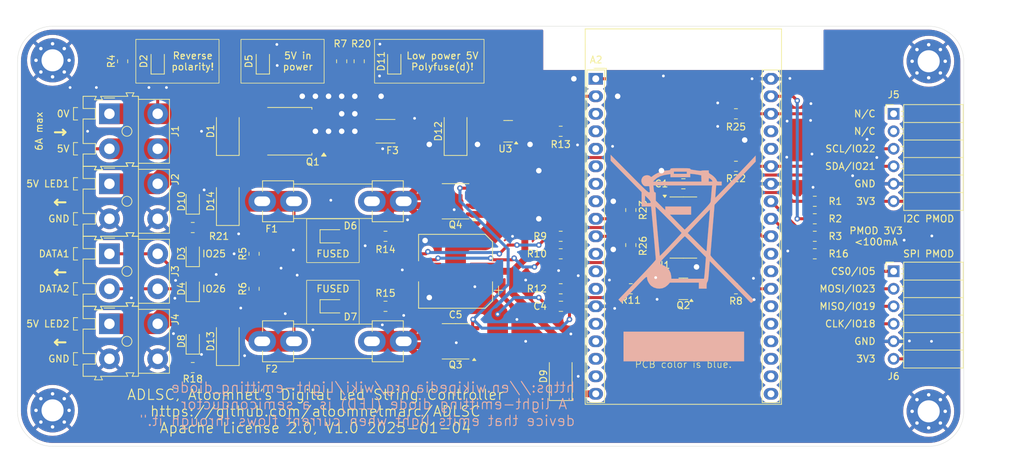
<source format=kicad_pcb>
(kicad_pcb (version 20240108) (generator "pcbnew") (generator_version "8.0")
  (title_block (title "ADLSC, Atoomnet's Digital Led String Controller") (date "2025-01-04") (rev "V1.0") (company "https://github.com/atoomnetmarc/ADLSC") (comment 1 "Apache License 2.0"))
  (layers (0 "F.Cu" signal) (31 "B.Cu" signal) (34 "B.Paste" user) (35 "F.Paste" user) (36 "B.SilkS" user "B.Silkscreen") (37 "F.SilkS" user "F.Silkscreen") (38 "B.Mask" user) (39 "F.Mask" user) (44 "Edge.Cuts" user))
  (net 0 "")
  (net 1 "+5V")
  (net 2 "GND")
  (net 4 "/0V_IN")
  (net 6 "+3.3V")
  (net 7 "+5V_IN")
  (net 8 "Net-(D8-A)")
  (net 9 "SDA")
  (net 10 "SCL")
  (net 11 "Net-(Q3-G)")
  (net 12 "Net-(D2-K)")
  (net 13 "Net-(D3-A)")
  (net 14 "Net-(D4-A)")
  (net 15 "Net-(D6-A)")
  (net 16 "Net-(D7-A)")
  (net 17 "Net-(F1-Pad1)")
  (net 18 "Net-(D10-A)")
  (net 19 "Net-(D11-A)")
  (net 20 "Net-(D5-A)")
  (net 21 "Net-(Q2-C)")
  (net 22 "Net-(F2-Pad1)")
  (net 23 "Net-(Q2-B)")
  (net 24 "Net-(R9-Pad1)")
  (net 25 "Net-(R10-Pad1)")
  (net 28 "~{RESET}")
  (net 50 "Net-(U3-~{RESET})")
  (net 51 "Net-(A2-5V_I)")
  (net 54 "CLK")
  (net 55 "CS0")
  (net 56 "MOSI")
  (net 57 "MISO")
  (net 58 "Net-(J6-~{CS})")
  (net 59 "Net-(J6-MISO)")
  (net 60 "Net-(J6-MOSI)")
  (net 61 "Net-(J6-SCK)")
  (net 62 "DATA1_3V")
  (net 63 "DATA2_3V")
  (net 64 "POWER_ON")
  (net 65 "DATA1")
  (net 66 "DATA2")
  (net 67 "+5V_LED1")
  (net 68 "+5V_LED2")
  (footprint "Package_SO:SOIC-14_3.9x8.7mm_P1.27mm" (layer "F.Cu") (at 96.52 29.21)
    (property "Reference" "U1")
    (property "Value" "74AHCT125D")
  )
  (footprint "Resistor_SMD:R_0805_2012Metric_Pad1.20x1.40mm_HandSolder" (layer "F.Cu") (at 25.4 29.21 180)
    (property "Reference" "R21")
    (property "Value" "10K")
  )
  (footprint "TerminalBlock-extra:TerminalBlock_Weidmueller-PM-LSF-SMT-5.08-02-90-3.5SN-BK" (layer "F.Cu") (at 13.32 12.7 -90)
    (property "Reference" "J1")
    (property "Value" "Weidmueller 1824810000 or 1760520000")
  )
  (footprint "LED_SMD:LED_0805_2012Metric_Pad1.15x1.40mm_HandSolder" (layer "F.Cu") (at 20.32 5.08 90)
    (property "Reference" "D2")
    (property "Value" "Red")
  )
  (footprint "Package_SO:SOIC-8_3.9x4.9mm_P1.27mm" (layer "F.Cu") (at 63.5 45.72 180)
    (property "Reference" "Q3")
    (property "Value" "TSM160P02CS")
  )
  (footprint "Resistor_SMD:R_0805_2012Metric_Pad1.20x1.40mm_HandSolder" (layer "F.Cu") (at 88.9 31.75 -90)
    (property "Reference" "R26")
    (property "Value" "10K")
  )
  (footprint "Resistor_SMD:R_0805_2012Metric_Pad1.20x1.40mm_HandSolder" (layer "F.Cu") (at 34.29 38.1 90)
    (property "Reference" "R6")
    (property "Value" "10K")
  )
  (footprint "Resistor_SMD:R_0805_2012Metric_Pad1.20x1.40mm_HandSolder" (layer "F.Cu") (at 104.14 12.7 180)
    (property "Reference" "R25")
    (property "Value" "4K7")
  )
  (footprint "Diode_SMD:D_SMA" (layer "F.Cu") (at 30.48 45.72 90)
    (property "Reference" "D13")
    (property "Value" "SMBJ5.0CA")
  )
  (footprint "Resistor_SMD:R_0805_2012Metric_Pad1.20x1.40mm_HandSolder" (layer "F.Cu") (at 53.34 40.64 180)
    (property "Reference" "R15")
    (property "Value" "220R")
  )
  (footprint "Resistor_SMD:R_0805_2012Metric_Pad1.20x1.40mm_HandSolder" (layer "F.Cu") (at 88.9 26.67 90)
    (property "Reference" "R23")
    (property "Value" "10K")
  )
  (footprint "Resistor_SMD:R_0805_2012Metric_Pad1.20x1.40mm_HandSolder" (layer "F.Cu") (at 53.34 30.48 180)
    (property "Reference" "R14")
    (property "Value" "220R")
  )
  (footprint "Diode_SMD:D_SMA" (layer "F.Cu") (at 30.48 25.4 90)
    (property "Reference" "D14")
    (property "Value" "SMBJ5.0CA")
  )
  (footprint "Fuse-extra:Fuseholder_Clip-5x20mm_Inline_P20.50x4.60mm_Horizontal" (layer "F.Cu") (at 55.97 45.72 180)
    (property "Reference" "F2")
    (property "Value" "5x20mm 3A slow blow")
  )
  (footprint "TerminalBlock-extra:TerminalBlock_Weidmueller-PM-LSF-SMT-5.08-02-90-3.5SN-BK" (layer "F.Cu") (at 13.32 43.18 -90)
    (property "Reference" "J4")
    (property "Value" "Weidmueller 1824810000 or 1760520000")
  )
  (footprint "Resistor_SMD:R_0805_2012Metric_Pad1.20x1.40mm_HandSolder" (layer "F.Cu") (at 115.57 27.94 180)
    (property "Reference" "R2")
    (property "Value" "100R")
  )
  (footprint "Resistor_SMD:R_0805_2012Metric_Pad1.20x1.40mm_HandSolder" (layer "F.Cu") (at 25.4 49.53 180)
    (property "Reference" "R18")
    (property "Value" "10K")
  )
  (footprint "TerminalBlock-extra:TerminalBlock_Weidmueller-PM-LSF-SMT-5.08-02-90-3.5SN-BK" (layer "F.Cu") (at 13.32 22.86 -90)
    (property "Reference" "J2")
    (property "Value" "Weidmueller 1824810000 or 1760520000")
  )
  (footprint "Resistor_SMD:R_0805_2012Metric_Pad1.20x1.40mm_HandSolder" (layer "F.Cu") (at 104.14 38.1)
    (property "Reference" "R8")
    (property "Value" "1k")
  )
  (footprint "Resistor_SMD:R_0805_2012Metric_Pad1.20x1.40mm_HandSolder" (layer "F.Cu") (at 49.53 5.08 90)
    (property "Reference" "R20")
    (property "Value" "220R")
  )
  (footprint "Package_SO:SOIC-8_3.9x4.9mm_P1.27mm" (layer "F.Cu") (at 63.5 25.4 180)
    (property "Reference" "Q4")
    (property "Value" "TSM160P02CS")
  )
  (footprint "LED_SMD:LED_0805_2012Metric_Pad1.15x1.40mm_HandSolder" (layer "F.Cu") (at 45.72 40.64)
    (property "Reference" "D7")
    (property "Value" "Red")
  )
  (footprint "LED_SMD:LED_0805_2012Metric_Pad1.15x1.40mm_HandSolder" (layer "F.Cu") (at 25.4 38.1 90)
    (property "Reference" "D4")
    (property "Value" "Green")
  )
  (footprint "Package_TO_SOT_SMD:SOT-23" (layer "F.Cu") (at 96.52 38.1 180)
    (property "Reference" "Q2")
    (property "Value" "MMBT2222")
  )
  (footprint "Fuse:Fuse_1812_4532Metric_Pad1.30x3.40mm_HandSolder" (layer "F.Cu") (at 53.34 15.24)
    (property "Reference" "F3")
    (property "Value" "Polyfuse 0.5A >5V")
  )
  (footprint "Connector_PinSocket_2.54mm-extra:PinSocket_1x06_P2.54mm_Horizontal" (layer "F.Cu") (at 127 12.7)
    (property "Reference" "J5")
    (property "Value" "Pmod host I2C")
  )
  (footprint "Diode_SMD:D_SMA" (layer "F.Cu") (at 78.74 50.8 90)
    (property "Reference" "D9")
    (property "Value" "SS34")
  )
  (footprint "Diode_SMD:D_SMA" (layer "F.Cu") (at 30.48 15.24 90)
    (property "Reference" "D1")
    (property "Value" "SMBJ5.0CA")
  )
  (footprint "Package_TO_SOT_SMD:TO-252-2" (layer "F.Cu") (at 39.36 15.24 180)
    (property "Reference" "Q1")
    (property "Value" "AOD442")
  )
  (footprint "Fuse-extra:Fuseholder_Clip-5x20mm_Inline_P20.50x4.60mm_Horizontal" (layer "F.Cu") (at 55.97 25.4 180)
    (property "Reference" "F1")
    (property "Value" "5x20mm 3A slow blow")
  )
  (footprint "Resistor_SMD:R_0805_2012Metric_Pad1.20x1.40mm_HandSolder" (layer "F.Cu") (at 15.24 5.08 90)
    (property "Reference" "R4")
    (property "Value" "220")
  )
  (footprint "Capacitor_SMD:C_0805_2012Metric_Pad1.18x1.45mm_HandSolder" (layer "F.Cu") (at 78.77 40.64)
    (property "Reference" "C4")
    (property "Value" "100n")
  )
  (footprint "Module-extra:ESP32-DevKitC" (layer "F.Cu") (at 83.82 7.62)
    (property "Reference" "A2")
    (property "Value" "ESP32-DevKitC + ESP32-WROVER-E")
  )
  (footprint "Resistor_SMD:R_0805_2012Metric_Pad1.20x1.40mm_HandSolder" (layer "F.Cu") (at 115.57 33.02 180)
    (property "Reference" "R16")
    (property "Value" "100R")
  )
  (footprint "LED_SMD:LED_0805_2012Metric_Pad1.15x1.40mm_HandSolder" (layer "F.Cu") (at 25.4 25.4 90)
    (property "Reference" "D10")
    (property "Value" "Green")
  )
  (footprint "Package_TO_SOT_SMD:SOT-23" (layer "F.Cu") (at 71.12 15.24 180)
    (property "Reference" "U3")
    (property "Value" "MAX809M")
  )
  (footprint "Resistor_SMD:R_0805_2012Metric_Pad1.20x1.40mm_HandSolder" (layer "F.Cu") (at 115.57 25.4 180)
    (property "Reference" "R1")
    (property "Value" "100R")
  )
  (footprint "MountingHole:MountingHole_3.2mm_M3_Pad_Via" (layer "F.Cu") (at 132.08 55.88)
    (property "Reference" "H4" (hide yes))
    (property "Value" "MountingHole_Pad")
  )
  (footprint "Connector_PinSocket_2.54mm-extra:PinSocket_1x06_P2.54mm_Horizontal" (layer "F.Cu") (at 127 35.56)
    (property "Reference" "J6")
    (property "Value" "Pmod host SPI")
  )
  (footprint "MountingHole:MountingHole_3.2mm_M3_Pad_Via" (layer "F.Cu") (at 132.08 5.08)
    (property "Reference" "H2" (hide yes))
    (property "Value" "MountingHole_Pad")
  )
  (footprint "LED_SMD:LED_0805_2012Metric_Pad1.15x1.40mm_HandSolder" (layer "F.Cu") (at 54.61 5.08 90)
    (property "Reference" "D11")
    (property "Value" "Red")
  )
  (footprint "Resistor_SMD:R_0805_2012Metric_Pad1.20x1.40mm_HandSolder" (layer "F.Cu") (at 78.74 30.48 180)
    (property "Reference" "R9")
    (property "Value" "100R")
  )
  (footprint "Capacitor_SMD:CP_Elec_10x10.5" (layer "F.Cu") (at 63.5 35.56 180)
    (property "Reference" "C5")
    (property "Value" "16V 470uF")
  )
  (footprint "Diode_SMD:D_SMA" (layer "F.Cu") (at 63.5 15.24 90)
    (property "Reference" "D12")
    (property "Value" "SMBJ5.0CA")
  )
  (footprint "LED_SMD:LED_0805_2012Metric_Pad1.15x1.40mm_HandSolder" (layer "F.Cu") (at 25.4 45.72 90)
    (property "Reference" "D8")
    (property "Value" "Green")
  )
  (footprint "Resistor_SMD:R_0805_2012Metric_Pad1.20x1.40mm_HandSolder" (layer "F.Cu") (at 78.74 38.1)
    (property "Reference" "R12")
    (property "Value" "10K")
  )
  (footprint "Resistor_SMD:R_0805_2012Metric_Pad1.20x1.40mm_HandSolder" (layer "F.Cu") (at 78.74 33.02 180)
    (property "Reference" "R10")
    (property "Value" "100R")
  )
  (footprint "Resistor_SMD:R_0805_2012Metric_Pad1.20x1.40mm_HandSolder" (layer "F.Cu") (at 78.74 15.24)
    (property "Reference" "R13")
    (property "Value" "100R")
  )
  (footprint "MountingHole:MountingHole_3.2mm_M3_Pad_Via" (layer "F.Cu") (at 5.08 4.94)
    (property "Reference" "H1" (hide yes))
    (property "Value" "MountingHole_Pad")
  )
  (footprint "Resistor_SMD:R_0805_2012Metric_Pad1.20x1.40mm_HandSolder" (layer "F.Cu") (at 88.9 38.1 180)
    (property "Reference" "R11")
    (property "Value" "100R")
  )
  (footprint "TerminalBlock-extra:TerminalBlock_Weidmueller-PM-LSF-SMT-5.08-02-90-3.5SN-BK" (layer "F.Cu") (at 13.32 33.02 -90)
    (property "Reference" "J3")
    (property "Value" "Weidmueller 1824810000 or 1760520000")
  )
  (footprint "Resistor_SMD:R_0805_2012Metric_Pad1.20x1.40mm_HandSolder" (layer "F.Cu") (at 46.99 5.08 90)
    (property "Reference" "R7")
    (property "Value" "10K")
  )
  (footprint "Capacitor_SMD:C_0805_2012Metric_Pad1.18x1.45mm_HandSolder" (layer "F.Cu") (at 96.52 22.86 180)
    (property "Reference" "C1")
    (property "Value" "100n")
  )
  (footprint "Resistor_SMD:R_0805_2012Metric_Pad1.20x1.40mm_HandSolder" (layer "F.Cu") (at 115.57 30.48 180)
    (property "Reference" "R3")
    (property "Value" "100R")
  )
  (footprint "Resistor_SMD:R_0805_2012Metric_Pad1.20x1.40mm_HandSolder" (layer "F.Cu") (at 34.29 33.02 90)
    (property "Reference" "R5")
    (property "Value" "10K")
  )
  (footprint "Resistor_SMD:R_0805_2012Metric_Pad1.20x1.40mm_HandSolder" (layer "F.Cu") (at 104.14 20.32 180)
    (property "Reference" "R22")
    (property "Value" "4K7")
  )
  (footprint "LED_SMD:LED_0805_2012Metric_Pad1.15x1.40mm_HandSolder" (layer "F.Cu") (at 45.72 30.48)
    (property "Reference" "D6")
    (property "Value" "Red")
  )
  (footprint "LED_SMD:LED_0805_2012Metric_Pad1.15x1.40mm_HandSolder" (layer "F.Cu") (at 35.56 5.08 90)
    (property "Reference" "D5")
    (property "Value" "Green")
  )
  (footprint "MountingHole:MountingHole_3.2mm_M3_Pad_Via" (layer "F.Cu") (at 5.08 55.74)
    (property "Reference" "H3" (hide yes))
    (property "Value" "MountingHole_Pad")
  )
  (footprint "LED_SMD:LED_0805_2012Metric_Pad1.15x1.40mm_HandSolder" (layer "F.Cu") (at 25.4 33.02 90)
    (property "Reference" "D3")
    (property "Value" "Green")
  )
  (footprint "Symbol:WEEE-Logo_21x30mm_SilkScreen" (layer "B.Cu") (at 96.52 33.645 180)
    (property "Reference" "REF**" (hide yes))
    (property "Value" "WEEE-Logo_21x30mm_SilkScreen" (hide yes))
  )
  (gr_rect (start 41.91 27.94) (end 49.53 34.29) (stroke (width 0.1)) (fill none) (layer "F.SilkS"))
  (gr_rect (start 32.385 1.905) (end 44.45 8.255) (stroke (width 0.1)) (fill none) (layer "F.SilkS"))
  (gr_rect (start 51.7525 1.905) (end 67.6275 8.255) (stroke (width 0.1)) (fill none) (layer "F.SilkS"))
  (gr_rect (start 17.145 1.905) (end 29.21 8.255) (stroke (width 0.1)) (fill none) (layer "F.SilkS"))
  (gr_rect (start 41.91 36.87) (end 49.53 43.22) (stroke (width 0.1)) (fill none) (layer "F.SilkS"))
  (gr_arc (start 5.08 60.96) (mid 1.487898 59.472102) (end 0 55.88) (stroke (width 0.05)) (layer "Edge.Cuts"))
  (gr_line (start 132.08 60.96) (end 5.08 60.96) (stroke (width 0.05)) (layer "Edge.Cuts"))
  (gr_arc (start 0 5.08) (mid 1.487898 1.487898) (end 5.08 0) (stroke (width 0.05)) (layer "Edge.Cuts"))
  (gr_line (start 0 55.88) (end 0 5.08) (stroke (width 0.05)) (layer "Edge.Cuts"))
  (gr_arc (start 137.16 55.88) (mid 135.672102 59.472102) (end 132.08 60.96) (stroke (width 0.05)) (layer "Edge.Cuts"))
  (gr_arc (start 132.08 0) (mid 135.672102 1.487898) (end 137.16 5.08) (stroke (width 0.05)) (layer "Edge.Cuts"))
  (gr_line (start 5.08 0) (end 132.08 0) (stroke (width 0.05)) (layer "Edge.Cuts"))
  (gr_line (start 137.16 5.08) (end 137.16 55.88) (stroke (width 0.05)) (layer "Edge.Cuts"))
  (gr_text "DATA1" (at 7.62 33.02 0) (layer "F.SilkS") (effects (font (size 1 1)) (justify right)))
  (gr_text "DATA2" (at 7.62 38.1 0) (layer "F.SilkS") (effects (font (size 1 1)) (justify right)))
  (gr_text "3V3" (at 124.46 25.4 0) (layer "F.SilkS") (effects (font (size 1 1)) (justify right)))
  (gr_text "GND" (at 124.46 45.72 0) (layer "F.SilkS") (effects (font (size 1 1)) (justify right)))
  (gr_text "Low power 5V\nPolyfuse(d)!" (at 61.595 5.08 0) (layer "F.SilkS") (effects (font (size 1 1))))
  (gr_text "MISO/IO19" (at 124.46 40.64 0) (layer "F.SilkS") (effects (font (size 1 1)) (justify right)))
  (gr_text "→" (at 7.62 15.24 0) (layer "F.SilkS") (effects (font (size 2 2) (thickness 0.3)) (justify right)))
  (gr_text "N/C" (at 124.46 12.7 0) (layer "F.SilkS") (effects (font (size 1 1)) (justify right)))
  (gr_text "FUSED" (at 45.72 38.1 0) (layer "F.SilkS") (effects (font (size 1 1))))
  (gr_text "Works best when\nPCB color is blue." (at 96.52 48.26 0) (layer "F.SilkS") (effects (font (size 1 1) (thickness 0.1))))
  (gr_text "GND" (at 124.46 22.86 0) (layer "F.SilkS") (effects (font (size 1 1)) (justify right)))
  (gr_text "I2C PMOD" (at 132.08 27.94 0) (layer "F.SilkS") (effects (font (size 1 1))))
  (gr_text "GND" (at 7.62 48.26 0) (layer "F.SilkS") (effects (font (size 1 1)) (justify right)))
  (gr_text "FUSED" (at 45.72 33.02 0) (layer "F.SilkS") (effects (font (size 1 1))))
  (gr_text "${TITLE}\n${COMPANY}\n${COMMENT1}, ${REVISION} ${ISSUE_DATE}" (at 43.18 55.88 0) (layer "F.SilkS") (effects (font (size 1.5 1.5))))
  (gr_text "CS0/IO5" (at 124.46 35.56 0) (layer "F.SilkS") (effects (font (size 1 1)) (justify right)))
  (gr_text "Reverse\npolarity!" (at 25.4 5.08 0) (layer "F.SilkS") (effects (font (size 1 1))))
  (gr_text "IO25" (at 26.67 33.02 0) (layer "F.SilkS") (effects (font (size 1 1)) (justify left)))
  (gr_text "GND" (at 7.62 27.94 0) (layer "F.SilkS") (effects (font (size 1 1)) (justify right)))
  (gr_text "CLK/IO18" (at 124.46 43.18 0) (layer "F.SilkS") (effects (font (size 1 1)) (justify right)))
  (gr_text "3V3" (at 124.46 48.26 0) (layer "F.SilkS") (effects (font (size 1 1)) (justify right)))
  (gr_text "←" (at 7.62 45.72 0) (layer "F.SilkS") (effects (font (size 2 2) (thickness 0.3)) (justify right)))
  (gr_text "IO26" (at 26.67 38.1 0) (layer "F.SilkS") (effects (font (size 1 1)) (justify left)))
  (gr_text "5V LED2" (at 7.62 43.18 0) (layer "F.SilkS") (effects (font (size 1 1)) (justify right)))
  (gr_text "5V" (at 7.62 17.78 0) (layer "F.SilkS") (effects (font (size 1 1)) (justify right)))
  (gr_text "SCL/IO22" (at 124.46 17.78 0) (layer "F.SilkS") (effects (font (size 1 1)) (justify right)))
  (gr_text "MOSI/IO23" (at 124.46 38.1 0) (layer "F.SilkS") (effects (font (size 1 1)) (justify right)))
  (gr_text "SDA/IO21" (at 124.46 20.32 0) (layer "F.SilkS") (effects (font (size 1 1)) (justify right)))
  (gr_text "5V in\npower" (at 40.64 5.08 0) (layer "F.SilkS") (effects (font (size 1 1))))
  (gr_text "0V" (at 7.62 12.7 0) (layer "F.SilkS") (effects (font (size 1 1)) (justify right)))
  (gr_text "←" (at 7.62 35.56 0) (layer "F.SilkS") (effects (font (size 2 2) (thickness 0.3)) (justify right)))
  (gr_text "PMOD 3V3\n<100mA" (at 124.46 30.48 0) (layer "F.SilkS") (effects (font (size 1 1))))
  (gr_text "5V LED1" (at 7.62 22.86 0) (layer "F.SilkS") (effects (font (size 1 1)) (justify right)))
  (gr_text "SPI PMOD" (at 132.08 33.02 0) (layer "F.SilkS") (effects (font (size 1 1))))
  (gr_text "N/C" (at 124.46 15.24 0) (layer "F.SilkS") (effects (font (size 1 1)) (justify right)))
  (gr_text "6A max" (at 2.54 15.24 90) (layer "F.SilkS") (effects (font (size 1 1)) (justify top)))
  (gr_text "←" (at 7.62 25.4 0) (layer "F.SilkS") (effects (font (size 2 2) (thickness 0.3)) (justify right)))
  (gr_text_box "https://en.wikipedia.org/wiki/Light-emitting_diode\n{dblquote}A light-emitting diode (LED) is a semiconductor device that emits light when current flows through it.{dblquote}" (start 15.367 50.419) (end 82.042 61.849) (layer "B.SilkS") (effects (font (size 1.5 1.5)) (justify left top mirror)) (border no) (stroke (width 0.1)))
  (segment (start 63.5 13.24) (end 60.801 13.24) (width 1) (layer "F.Cu") (net 1))
  (segment (start 73.54 33.775) (end 73.54 20.2) (width 1) (layer "F.Cu") (net 1))
  (segment (start 98.995 25.4) (end 98.995 23.176) (width 0.44) (layer "F.Cu") (net 1))
  (segment (start 98.679 22.86) (end 97.5575 22.86) (width 0.44) (layer "F.Cu") (net 1))
  (segment (start 98.995 23.176) (end 98.679 22.86) (width 0.44) (layer "F.Cu") (net 1))
  (segment (start 54.61 6.105) (end 54.61 9.652) (width 0.44) (layer "F.Cu") (net 1))
  (segment (start 54.61 9.652) (end 55.565 10.607) (width 0.44) (layer "F.Cu") (net 1))
  (segment (start 70.1825 16.8425) (end 70.1825 15.24) (width 1) (layer "F.Cu") (net 1))
  (segment (start 60.801 13.24) (end 58.801 15.24) (width 1) (layer "F.Cu") (net 1))
  (segment (start 73.406 20.066) (end 70.1825 16.8425) (width 1) (layer "F.Cu") (net 1))
  (segment (start 97.5575 22.86) (end 97.5575 20.8495) (width 0.44) (layer "F.Cu") (net 1))
  (segment (start 73.54 20.2) (end 73.406 20.066) (width 1) (layer "F.Cu") (net 1))
  (segment (start 71.755 35.56) (end 71.755 38.735) (width 1) (layer "F.Cu") (net 1))
  (segment (start 63.5 13.24) (end 65.564 13.24) (width 1) (layer "F.Cu") (net 1))
  (segment (start 71.755 35.56) (end 73.54 33.775) (width 1) (layer "F.Cu") (net 1))
  (segment (start 78.74 45.72) (end 78.74 48.8) (width 1) (layer "F.Cu") (net 1))
  (segment (start 58.801 15.24) (end 55.565 15.24) (width 1) (layer "F.Cu") (net 1))
  (segment (start 74.422 19.05) (end 73.406 20.066) (width 0.44) (layer "F.Cu") (net 1))
  (segment (start 97.5575 20.8495) (end 95.758 19.05) (width 0.44) (layer "F.Cu") (net 1))
  (segment (start 71.755 38.735) (end 78.74 45.72) (width 1) (layer "F.Cu") (net 1))
  (segment (start 67.7 35.56) (end 71.755 35.56) (width 1) (layer "F.Cu") (net 1))
  (segment (start 67.564 15.24) (end 70.1825 15.24) (width 1) (layer "F.Cu") (net 1))
  (segment (start 65.564 13.24) (end 67.564 15.24) (width 1) (layer "F.Cu") (net 1))
  (segment (start 55.565 10.607) (end 55.565 15.24) (width 0.44) (layer "F.Cu") (net 1))
  (segment (start 95.758 19.05) (end 74.422 19.05) (width 0.44) (layer "F.Cu") (net 1))
  (via (at 111.9632 7.5692) (size 0.8) (drill 0.4) (layers "F.Cu" "B.Cu") (net 2))
  (via (at 81.28 50.8) (size 0.8) (drill 0.4) (layers "F.Cu" "B.Cu") (net 2))
  (via (at 81.28 36.195) (size 0.8) (drill 0.4) (layers "F.Cu" "B.Cu") (net 2))
  (via (at 111.506 18.9992) (size 0.8) (drill 0.4) (layers "F.Cu" "B.Cu") (net 2))
  (via (at 52.9336 17.78) (size 0.8) (drill 0.4) (layers "F.Cu" "B.Cu") (net 2))
  (via (at 128.524 31.0388) (size 0.8) (drill 0.4) (layers "F.Cu" "B.Cu") (net 2))
  (via (at 22.8092 39.4716) (size 0.8) (drill 0.4) (layers "F.Cu" "B.Cu") (net 2))
  (via (at 66.294 37.7952) (size 0.8) (drill 0.4) (layers "F.Cu" "B.Cu") (net 2))
  (via (at 22.606 44.6024) (size 0.8) (drill 0.4) (layers "F.Cu" "B.Cu") (net 2))
  (via (at 92.71 39.624) (size 0.8) (drill 0.4) (layers "F.Cu" "B.Cu") (net 2))
  (via (at 86.36 32.385) (size 1.6) (drill 0.8) (layers "F.Cu" "B.Cu") (net 2))
  (via (at 38.2016 35.1028) (size 0.8) (drill 0.4) (layers "F.Cu" "B.Cu") (net 2))
  (via (at 66.675 17.145) (size 1.6) (drill 0.8) (layers "F.Cu" "B.Cu") (net 2))
  (via (at 39.9796 32.4612) (size 0.8) (drill 0.4) (layers "F.Cu" "B.Cu") (net 2))
  (via (at 86.36 25.4) (size 1.6) (drill 0.8) (layers "F.Cu" "B.Cu") (net 2))
  (via (at 32.3596 40.894) (size 0.8) (drill 0.4) (layers "F.Cu" "B.Cu") (net 2))
  (via (at 32.9184 47.8028) (size 0.8) (drill 0.4) (layers "F.Cu" "B.Cu") (net 2))
  (via (at 81.1784 17.2212) (size 0.8) (drill 0.4) (layers "F.Cu" "B.Cu") (net 2))
  (via (at 56.5404 28.0924) (size 0.8) (drill 0.4) (layers "F.Cu" "B.Cu") (net 2))
  (via (at 111.5568 13.7668) (size 0.8) (drill 0.4) (layers "F.Cu" "B.Cu") (net 2))
  (via (at 59.0804 31.0896) (size 1.6) (drill 0.8) (layers "F.Cu" "B.Cu") (net 2))
  (via (at 93.6244 7.2136) (size 0.8) (drill 0.4) (layers "F.Cu" "B.Cu") (net 2))
  (via (at 75.565 20.955) (size 1.6) (drill 0.8) (layers "F.Cu" "B.Cu") (net 2))
  (via (at 71.755 30.48) (size 0.8) (drill 0.4) (layers "F.Cu" "B.Cu") (net 2))
  (via (at 46.99 10.16) (size 1.6) (drill 0.8) (layers "F.Cu" "B.Cu") (net 2))
  (via (at 106.4768 7.62) (size 0.8) (drill 0.4) (layers "F.Cu" "B.Cu") (net 2))
  (via (at 45.4152 25.2476) (size 0.8) (drill 0.4) (layers "F.Cu" "B.Cu") (net 2))
  (via (at 22.9108 36.8808) (size 0.8) (drill 0.4) (layers "F.Cu" "B.Cu") (net 2))
  (via (at 86.5632 40.9448) (size 0.8) (drill 0.4) (layers "F.Cu" "B.Cu") (net 2))
  (via (at 32.0548 30.1244) (size 0.8) (drill 0.4) (layers "F.Cu" "B.Cu") (net 2))
  (via (at 73.66 36.83) (size 0.8) (drill 0.4) (layers "F.Cu" "B.Cu") (net 2))
  (via (at 52.8828 43.3324) (size 0.8) (drill 0.4) (layers "F.Cu" "B.Cu") (net 2))
  (via (at 86.995 10.16) (size 1.6) (drill 0.8) (layers "F.Cu" "B.Cu") (net 2))
  (via (at 46.99 12.7) (size 1.6) (drill 0.8) (layers "F.Cu" "B.Cu") (net 2))
  (via (at 21.59 8.89) (size 0.8) (drill 0.4) (layers "F.Cu" "B.Cu") (net 2))
  (via (at 115.0112 11.2268) (size 0.8) (drill 0.4) (layers "F.Cu" "B.Cu") (net 2))
  (via (at 43.18 10.16) (size 1.6) (drill 0.8) (layers "F.Cu" "B.Cu") (net 2))
  (via (at 55.9816 41.9608) (size 0.8) (drill 0.4) (layers "F.Cu" "B.Cu") (net 2))
  (via (at 40.5384 36.1188) (size 0.8) (drill 0.4) (layers "F.Cu" "B.Cu") (net 2))
  (via (at 27.051 23.749) (size 0.8) (drill 0.4) (layers "F.Cu" "B.Cu") (net 2))
  (via (at 63.6016 45.9232) (size 0.8) (drill 0.4) (layers "F.Cu" "B.Cu") (net 2))
  (via (at 72.39 42.545) (size 0.8) (drill 0.4) (layers "F.Cu" "B.Cu") (net 2))
  (via (at 55.7784 35.3568) (size 0.8) (drill 0.4) (layers "F.Cu" "B.Cu") (net 2))
  (via (at 52.705 10.16) (size 1.6) (drill 0.8) (layers "F.Cu" "B.Cu") (net 2))
  (via (at 57.5564 13.3604) (size 0.8) (drill 0.4) (layers "F.Cu" "B.Cu") (net 2))
  (via (at 106.68 36.576) (size 0.8) (drill 0.4) (layers "F.Cu" "B.Cu") (net 2))
  (via (at 38.8112 41.7068) (size 0.8) (drill 0.4) (layers "F.Cu" "B.Cu") (net 2))
  (via (at 16.51 39.4208) (size 0.8) (drill 0.4) (layers "F.Cu" "B.Cu") (net 2))
  (via (at 115.1636 18.542) (size 0.8) (drill 0.4) (layers "F.Cu" "B.Cu") (net 2))
  (via (at 50.3936 31.8516) (size 0.8) (drill 0.4) (layers "F.Cu" "B.Cu") (net 2))
  (via (at 98.425 34.925) (size 1.6) (drill 0.8) (layers "F.Cu" "B.Cu") (net 2))
  (via (at 106.7816 39.6748) (size 0.8) (drill 0.4) (layers "F.Cu" "B.Cu") (net 2))
  (via (at 75.565 27.94) (size 1.6) (drill 0.8) (layers "F.Cu" "B.Cu") (net 2))
  (via (at 59.69 17.145) (size 1.6) (drill 0.8) (layers "F.Cu" "B.Cu") (net 2))
  (via (at 114.9604 13.6652) (size 0.8) (drill 0.4) (layers "F.Cu" "B.Cu") (net 2))
  (via (at 73.66 45.72) (size 0.8) (drill 0.4) (layers "F.Cu" "B.Cu") (net 2))
  (via (at 124.5616 19.05) (size 0.8) (drill 0.4) (layers "F.Cu" "B.Cu") (net 2))
  (via (at 85.8012 36.83) (size 0.8) (drill 0.4) (layers "F.Cu" "B.Cu") (net 2))
  (via (at 121.0564 21.6916) (size 0.8) (drill 0.4) (layers "F.Cu" "B.Cu") (net 2))
  (via (at 37.6428 5.6896) (size 0.8) (drill 0.4) (layers "F.Cu" "B.Cu") (net 2))
  (via (at 31.3944 33.02) (size 0.8) (drill 0.4) (layers "F.Cu" "B.Cu") (net 2))
  (via (at 45.085 15.24) (size 1.6) (drill 0.8) (layers "F.Cu" "B.Cu") (net 2))
  (via (at 52.4764 7.2136) (size 0.8) (drill 0.4) (layers "F.Cu" "B.Cu") (net 2))
  (via (at 80.645 7.62) (size 1.6) (drill 0.8) (layers "F.Cu" "B.Cu") (net 2))
  (via (at 129.286 45.6692) (size 0.8) (drill 0.4) (layers "F.Cu" "B.Cu") (net 2))
  (via (at 93.345 20.955) (size 1.6) (drill 0.8) (layers "F.Cu" "B.Cu") (net 2))
  (via (at 92.5068 36.4744) (size 0.8) (drill 0.4) (layers "F.Cu" "B.Cu") (net 2))
  (via (at 86.2584 17.4244) (size 0.8) (drill 0.4) (layers "F.Cu" "B.Cu") (net 2))
  (via (at 48.895 15.24) (size 1.6) (drill 0.8) (layers "F.Cu" "B.Cu") (net 2))
  (via (at 101.4984 11.1252) (size 0.8) (drill 0.4) (layers "F.Cu" "B.Cu") (net 2))
  (via (at 48.895 10.16) (size 1.6) (drill 0.8) (layers "F.Cu" "B.Cu") (net 2))
  (via (at 41.275 10.16) (size 1.6) (drill 0.8) (layers "F.Cu" "B.Cu") (net 2))
  (via (at 74.295 17.145) (size 1.6) (drill 0.8) (layers "F.Cu" "B.Cu") (net 2))
  (via (at 63.2968 26.6192) (size 0.8) (drill 0.4) (layers "F.Cu" "B.Cu") (net 2))
  (via (at 101.4984 14.5288) (size 0.8) (drill 0.4) (layers "F.Cu" "B.Cu") (net 2))
  (via (at 37.592 2.6416) (size 0.8) (drill 0.4) (layers "F.Cu" "B.Cu") (net 2))
  (via (at 26.67 15.24) (size 0.8) (drill 0.4) (layers "F.Cu" "B.Cu") (net 2))
  (via (at 115.316 23.368) (size 0.8) (drill 0.4) (layers "F.Cu" "B.Cu") (net 2))
  (via (at 105.41 16.51) (size 1.6) (drill 0.8) (layers "F.Cu" "B.Cu") (net 2))
  (via (at 10.16 15.24) (size 0.8) (drill 0.4) (layers "F.Cu" "B.Cu") (net 2))
  (via (at 42.8244 44.0436) (size 0.8) (drill 0.4) (layers "F.Cu" "B.Cu") (net 2))
  (via (at 45.085 10.16) (size 1.6) (drill 0.8) (layers "F.Cu" "B.Cu") (net 2))
  (via (at 59.69 39.37) (size 1.6) (drill 0.8) (layers "F.Cu" "B.Cu") (net 2))
  (via (at 132.4864 45.72) (size 0.8) (drill 0.4) (layers "F.Cu" "B.Cu") (net 2))
  (via (at 26.67 47.625) (size 0.8) (drill 0.4) (layers "F.Cu" "B.Cu") (net 2))
  (via (at 78.4352 35.4584) (size 0.8) (drill 0.4) (layers "F.Cu" "B.Cu") (net 2))
  (via (at 123.1392 16.4084) (size 0.8) (drill 0.4) (layers "F.Cu" "B.Cu") (net 2))
  (via (at 52.5272 2.5908) (size 0.8) (drill 0.4) (layers "F.Cu" "B.Cu") (net 2))
  (via (at 19.05 8.89) (size 0.8) (drill 0.4) (layers "F.Cu" "B.Cu") (net 2))
  (via (at 80.2132 44.6532) (size 0.8) (drill 0.4) (layers "F.Cu" "B.Cu") (net 2))
  (via (at 43.18 15.24) (size 1.6) (drill 0.8) (layers "F.Cu" "B.Cu") (net 2))
  (via (at 28.8036 36.0172) (size 0.8) (drill 0.4) (layers "F.Cu" "B.Cu") (net 2))
  (via (at 7.62 8.89) (size 0.8) (drill 0.4) (layers "F.Cu" "B.Cu") (net 2))
  (via (at 46.99 15.24) (size 1.6) (drill 0.8) (layers "F.Cu" "B.Cu") (net 2))
  (via (at 48.895 12.7) (size 1.6) (drill 0.8) (layers "F.Cu" "B.Cu") (net 2))
  (via (at 11.43 8.89) (size 0.8) (drill 0.4) (layers "F.Cu" "B.Cu") (net 2))
  (via (at 111.6584 32.6136) (size 0.8) (drill 0.4) (layers "F.Cu" "B.Cu") (net 2))
  (via (at 132.5372 30.4292) (size 0.8) (drill 0.4) (layers "F.Cu" "B.Cu") (net 2))
  (segment (start 20.32 12.7) (end 29.94 12.7) (width 3) (layer "F.Cu") (net 4))
  (segment (start 20.32 8.763) (end 20.32 12.7) (width 0.44) (layer "F.Cu") (net 4))
  (segment (start 13.32 12.7) (end 20.32 12.7) (width 3) (layer "F.Cu") (net 4))
  (segment (start 21.454 4.055) (end 22.479 5.08) (width 0.44) (layer "F.Cu") (net 4))
  (segment (start 20.295 4.08) (end 20.32 4.055) (width 0.44) (layer "F.Cu") (net 4))
  (segment (start 20.32 4.055) (end 21.454 4.055) (width 0.44) (layer "F.Cu") (net 4))
  (segment (start 36.1 13.24) (end 38.1 15.24) (width 3) (layer "F.Cu") (net 4))
  (segment (start 22.479 6.604) (end 20.32 8.763) (width 0.44) (layer "F.Cu") (net 4))
  (segment (start 22.479 5.08) (end 22.479 6.604) (width 0.44) (layer "F.Cu") (net 4))
  (segment (start 30.48 13.24) (end 36.1 13.24) (width 3) (layer "F.Cu") (net 4))
  (segment (start 29.94 12.7) (end 30.48 13.24) (width 3) (layer "F.Cu") (net 4))
  (segment (start 96.012 12.7) (end 103.14 12.7) (width 0.44) (layer "F.Cu") (net 6))
  (segment (start 127 48.26) (end 130.175 48.26) (width 0.44) (layer "F.Cu") (net 6))
  (segment (start 130.81 27.305) (end 128.905 25.4) (width 0.44) (layer "F.Cu") (net 6))
  (segment (start 130.175 48.26) (end 130.81 47.625) (width 0.44) (layer "F.Cu") (net 6))
  (segment (start 122.555 25.4) (end 127 25.4) (width 0.44) (layer "F.Cu") (net 6))
  (segment (start 103.14 20.32) (end 103.14 20.685) (width 0.44) (layer "F.Cu") (net 6))
  (segment (start 104.045 21.59) (end 118.745 21.59) (width 0.44) (layer "F.Cu") (net 6))
  (segment (start 103.14 12.7) (end 103.14 20.32) (width 0.44) (layer "F.Cu") (net 6))
  (segment (start 128.905 25.4) (end 127 25.4) (width 0.44) (layer "F.Cu") (net 6))
  (segment (start 103.14 20.685) (end 104.045 21.59) (width 0.44) (layer "F.Cu") (net 6))
  (segment (start 130.81 47.625) (end 130.81 27.305) (width 0.44) (layer "F.Cu") (net 6))
  (segment (start 83.82 7.62) (end 90.932 7.62) (width 0.44) (layer "F.Cu") (net 6))
  (segment (start 118.745 21.59) (end 122.555 25.4) (width 0.44) (layer "F.Cu") (net 6))
  (segment (start 90.932 7.62) (end 96.012 12.7) (width 0.44) (layer "F.Cu") (net 6))
  (segment (start 69.469 45.085) (end 69.596 44.958) (width 1) (layer "F.Cu") (net 7))
  (segment (start 51.115 15.24) (end 51.115 20.005) (width 1) (layer "F.Cu") (net 7))
  (segment (start 64.77 30.988) (end 64.77 31.115) (width 3) (layer "F.Cu") (net 7))
  (segment (start 50.8 20.32) (end 63.5 20.32) (width 3) (layer "F.Cu") (net 7))
  (segment (start 65.975 24.765) (end 68.453 24.765) (width 1) (layer "F.Cu") (net 7))
  (segment (start 64.897 40.132) (end 64.897 40.259) (width 3) (layer "F.Cu") (net 7))
  (segment (start 10.922 17.78) (end 13.32 17.78) (width 0.44) (layer "F.Cu") (net 7))
  (segment (start 63.5 20.32) (end 67.691 20.32) (width 3) (layer "F.Cu") (net 7))
  (segment (start 51.115 20.005) (end 50.8 20.32) (width 1) (layer "F.Cu") (net 7))
  (segment (start 68.072 40.259) (end 69.596 41.783) (width 3) (layer "F.Cu") (net 7))
  (segment (start 44.4 17.52) (end 44.4 20.27) (width 0.44) (layer "F.Cu") (net 7))
  (segment (start 63.5 38.735) (end 64.897 40.132) (width 3) (layer "F.Cu") (net 7))
  (segment (start 69.596 41.783) (end 69.596 44.958) (width 3) (layer "F.Cu") (net 7))
  (segment (start 44.45 20.32) (end 50.8 20.32) (width 3) (layer "F.Cu") (net 7))
  (segment (start 30.48 17.24) (end 33.56 20.32) (width 3) (layer "F.Cu") (net 7))
  (segment (start 65.975 46.355) (end 69.596 46.355) (width 1) (layer "F.Cu") (net 7))
  (segment (start 76.835 40.64) (end 75.565 39.37) (width 0.44) (layer "F.Cu") (net 7))
  (segment (start 51.115 8.57) (end 51.115 15.24) (width 0.44) (layer "F.Cu") (net 7))
  (segment (start 12.081 6.08) (end 8.763 9.398) (width 0.44) (layer "F.Cu") (net 7))
  (segment (start 33.56 20.32) (end 44.45 20.32) (width 3) (layer "F.Cu") (net 7))
  (segment (start 77.74 38.1) (end 77.74 40.6325) (width 0.44) (layer "F.Cu") (net 7))
  (segment (start 77.74 40.6325) (end 77.7325 40.64) (width 0.44) (layer "F.Cu") (net 7))
  (segment (start 77.7325 40.64) (end 76.835 40.64) (width 0.44) (layer "F.Cu") (net 7))
  (segment (start 63.5 32.385) (end 63.5 38.735) (width 3) (layer "F.Cu") (net 7))
  (segment (start 20.32 17.78) (end 29.94 17.78) (width 3) (layer "F.Cu") (net 7))
  (segment (start 44.4 20.27) (end 44.45 20.32) (width 0.44) (layer "F.Cu") (net 7))
  (segment (start 69.469 29.21) (end 67.691 30.988) (width 3) (layer "F.Cu") (net 7))
  (segment (start 64.77 31.115) (end 63.5 32.385) (width 3) (layer "F.Cu") (net 7))
  (segment (start 69.469 22.098) (end 69.469 29.21) (width 3) (layer "F.Cu") (net 7))
  (segment (start 8.763 9.398) (end 8.763 15.621) (width 0.44) (layer "F.Cu") (net 7))
  (segment (start 8.763 15.621) (end 10.922 17.78) (width 0.44) (layer "F.Cu") (net 7))
  (segment (start 67.691 30.988) (end 64.77 30.988) (width 3) (layer "F.Cu") (net 7))
  (segment (start 46.99 6.08) (end 49.53 6.08) (width 0.44) (layer "F.Cu") (net 7))
  (segment (start 69.596 44.958) (end 69.596 47.625) (width 3) (layer "F.Cu") (net 7))
  (segment (start 13.32 17.78) (end 20.32 17.78) (width 3) (layer "F.Cu") (net 7))
  (segment (start 15.24 6.08) (end 12.081 6.08) (width 0.44) (layer "F.Cu") (net 7))
  (segment (start 65.975 26.035) (end 68.453 26.035) (width 1) (layer "F.Cu") (net 7))
  (segment (start 65.975 45.085) (end 69.469 45.085) (width 1) (layer "F.Cu") (net 7))
  (segment (start 49.53 6.08) (end 49.53 6.985) (width 0.44) (layer "F.Cu") (net 7))
  (segment (start 49.53 6.985) (end 51.115 8.57) (width 0.44) (layer "F.Cu") (net 7))
  (segment (start 29.94 17.78) (end 30.48 17.24) (width 3) (layer "F.Cu") (net 7))
  (segment (start 67.691 20.32) (end 69.469 22.098) (width 3) (layer "F.Cu") (net 7))
  (segment (start 65.975 27.305) (end 68.453 27.305) (width 1) (layer "F.Cu") (net 7))
  (segment (start 65.975 47.625) (end 69.596 47.625) (width 1) (layer "F.Cu") (net 7))
  (segment (start 64.897 40.259) (end 68.072 40.259) (width 3) (layer "F.Cu") (net 7))
  (via (at 69.596 41.783) (size 0.8) (drill 0.4) (layers "F.Cu" "B.Cu") (net 7))
  (via (at 75.565 39.37) (size 0.8) (drill 0.4) (layers "F.Cu" "B.Cu") (net 7))
  (segment (start 72.009 39.37) (end 69.596 41.783) (width 0.44) (layer "B.Cu") (net 7))
  (segment (start 75.565 39.37) (end 72.009 39.37) (width 0.44) (layer "B.Cu") (net 7))
  (segment (start 22.987 49.276) (end 23.241 49.53) (width 0.44) (layer "F.Cu") (net 8))
  (segment (start 22.987 45.847) (end 22.987 49.276) (width 0.44) (layer "F.Cu") (net 8))
  (segment (start 23.241 49.53) (end 24.4 49.53) (width 0.44) (layer "F.Cu") (net 8))
  (segment (start 25.4 44.695) (end 24.139 44.695) (width 0.44) (layer "F.Cu") (net 8))
  (segment (start 24.139 44.695) (end 22.987 45.847) (width 0.44) (layer "F.Cu") (net 8))
  (segment (start 109.22 20.32) (end 127 20.32) (width 0.44) (layer "F.Cu") (net 9))
  (segment (start 105.14 20.32) (end 109.22 20.32) (width 0.44) (layer "F.Cu") (net 9))
  (segment (start 105.14 12.7) (end 109.22 12.7) (width 0.44) (layer "F.Cu") (net 10))
  (segment (start 121.285 17.78) (end 116.205 12.7) (width 0.44) (layer "F.Cu") (net 10))
  (segment (start 127 17.78) (end 121.285 17.78) (width 0.44) (layer "F.Cu") (net 10))
  (segment (start 116.205 12.7) (end 109.22 12.7) (width 0.44) (layer "F.Cu") (net 10))
  (segment (start 79.756 39.37) (end 79.74 39.354) (width 0.44) (layer "F.Cu") (net 11))
  (segment (start 79.8075 39.4215) (end 79.756 39.37) (width 0.44) (layer "F.Cu") (net 11))
  (segment (start 87.9 38.1) (end 87.122 38.1) (width 0.44) (layer "F.Cu") (net 11))
  (segment (start 79.8075 40.64) (end 79.8075 39.4215) (width 0.44) (layer "F.Cu") (net 11))
  (segment (start 80.01 40.8425) (end 79.8075 40.64) (width 0.44) (layer "F.Cu") (net 11))
  (segment (start 87.122 38.1) (end 85.852 39.37) (width 0.44) (layer "F.Cu") (net 11))
  (segment (start 79.74 39.354) (end 79.74 38.1) (width 0.44) (layer "F.Cu") (net 11))
  (segment (start 85.852 39.37) (end 79.756 39.37) (width 0.44) (layer "F.Cu") (net 11))
  (segment (start 65.975 43.815) (end 65.975 42.61) (width 0.44) (layer "F.Cu") (net 11))
  (segment (start 80.01 42.545) (end 80.01 40.8425) (width 0.44) (layer "F.Cu") (net 11))
  (segment (start 65.975 23.495) (end 64.135 23.495) (width 0.44) (layer "F.Cu") (net 11))
  (segment (start 65.975 42.61) (end 66.04 42.545) (width 0.44) (layer "F.Cu") (net 11))
  (via (at 64.135 23.495) (size 0.8) (drill 0.4) (layers "F.Cu" "B.Cu") (net 11))
  (via (at 66.04 42.545) (size 0.8) (drill 0.4) (layers "F.Cu" "B.Cu") (net 11))
  (via (at 80.01 42.545) (size 0.8) (drill 0.4) (layers "F.Cu" "B.Cu") (net 11))
  (segment (start 67.31 43.815) (end 78.74 43.815) (width 0.44) (layer "B.Cu") (net 11))
  (segment (start 78.74 43.815) (end 80.01 42.545) (width 0.44) (layer "B.Cu") (net 11))
  (segment (start 71.12 37.465) (end 66.04 42.545) (width 0.44) (layer "B.Cu") (net 11))
  (segment (start 66.04 42.545) (end 67.31 43.815) (width 0.44) (layer "B.Cu") (net 11))
  (segment (start 64.135 23.495) (end 64.135 25.360366) (width 0.44) (layer "B.Cu") (net 11))
  (segment (start 64.135 25.360366) (end 71.12 32.345366) (width 0.44) (layer "B.Cu") (net 11))
  (segment (start 71.12 32.345366) (end 71.12 37.465) (width 0.44) (layer "B.Cu") (net 11))
  (segment (start 16.272 4.08) (end 18.297 6.105) (width 0.44) (layer "F.Cu") (net 12))
  (segment (start 15.24 4.08) (end 16.272 4.08) (width 0.44) (layer "F.Cu") (net 12))
  (segment (start 18.297 6.105) (end 20.32 6.105) (width 0.44) (layer "F.Cu") (net 12))
  (segment (start 25.4 31.995) (end 34.265 31.995) (width 0.44) (layer "F.Cu") (net 13))
  (segment (start 34.265 31.995) (end 34.29 32.02) (width 0.44) (layer "F.Cu") (net 13))
  (segment (start 34.265 37.075) (end 34.29 37.1) (width 0.44) (layer "F.Cu") (net 14))
  (segment (start 25.4 37.075) (end 34.265 37.075) (width 0.44) (layer "F.Cu") (net 14))
  (segment (start 46.745 30.48) (end 52.34 30.48) (width 0.44) (layer "F.Cu") (net 15))
  (segment (start 46.745 40.64) (end 52.34 40.64) (width 0.44) (layer "F.Cu") (net 16))
  (segment (start 61.025 24.765) (end 56.605 24.765) (width 1) (layer "F.Cu") (net 17))
  (segment (start 57.875 23.495) (end 55.97 25.4) (width 1) (layer "F.Cu") (net 17))
  (segment (start 57.875 27.305) (end 55.97 25.4) (width 1) (layer "F.Cu") (net 17))
  (segment (start 56.605 24.765) (end 55.97 25.4) (width 1) (layer "F.Cu") (net 17))
  (segment (start 54.34 30.48) (end 54.34 25.416) (width 0.44) (layer "F.Cu") (net 17))
  (segment (start 61.025 27.305) (end 57.875 27.305) (width 1) (layer "F.Cu") (net 17))
  (segment (start 61.025 23.495) (end 57.875 23.495) (width 1) (layer "F.Cu") (net 17))
  (segment (start 56.605 26.035) (end 55.97 25.4) (width 1) (layer "F.Cu") (net 17))
  (segment (start 61.025 26.035) (end 56.605 26.035) (width 1) (layer "F.Cu") (net 17))
  (segment (start 51.37 25.4) (end 55.97 25.4) (width 3) (layer "F.Cu") (net 17))
  (segment (start 54.34 25.416) (end 54.356 25.4) (width 0.44) (layer "F.Cu") (net 17))
  (segment (start 23.368 28.829) (end 23.368 25.146) (width 0.44) (layer "F.Cu") (net 18))
  (segment (start 24.139 24.375) (end 25.4 24.375) (width 0.44) (layer "F.Cu") (net 18))
  (segment (start 23.749 29.21) (end 23.368 28.829) (width 0.44) (layer "F.Cu") (net 18))
  (segment (start 23.368 25.146) (end 24.139 24.375) (width 0.44) (layer "F.Cu") (net 18))
  (segment (start 24.4 29.21) (end 23.749 29.21) (width 0.44) (layer "F.Cu") (net 18))
  (segment (start 54.585 4.08) (end 54.61 4.055) (width 0.44) (layer "F.Cu") (net 19))
  (segment (start 49.53 4.08) (end 54.585 4.08) (width 0.44) (layer "F.Cu") (net 19))
  (segment (start 46.965 4.055) (end 46.99 4.08) (width 0.44) (layer "F.Cu") (net 20))
  (segment (start 35.56 4.055) (end 46.965 4.055) (width 0.44) (layer "F.Cu") (net 20))
  (segment (start 89.9 38.1) (end 95.5825 38.1) (width 0.44) (layer "F.Cu") (net 21))
  (segment (start 54.34 40.64) (end 54.34 45.704) (width 0.44) (layer "F.Cu") (net 22))
  (segment (start 61.025 45.085) (end 56.605 45.085) (width 1) (layer "F.Cu") (net 22))
  (segment (start 61.025 46.355) (end 56.605 46.355) (width 1) (layer "F.Cu") (net 22))
  (segment (start 57.875 47.625) (end 55.97 45.72) (width 1) (layer "F.Cu") (net 22))
  (segment (start 54.356 45.72) (end 51.37 45.72) (width 3) (layer "F.Cu") (net 22))
  (segment (start 56.605 46.355) (end 55.97 45.72) (width 1) (layer "F.Cu") (net 22))
  (segment (start 56.605 45.085) (end 55.97 45.72) (width 1) (layer "F.Cu") (net 22))
  (segment (start 55.97 45.72) (end 54.356 45.72) (width 3) (layer "F.Cu") (net 22))
  (segment (start 54.34 45.704) (end 54.356 45.72) (width 0.44) (layer "F.Cu") (net 22))
  (segment (start 57.875 43.815) (end 55.97 45.72) (width 1) (layer "F.Cu") (net 22))
  (segment (start 61.025 43.815) (end 57.875 43.815) (width 1) (layer "F.Cu") (net 22))
  (segment (start 61.025 47.625) (end 57.875 47.625) (width 1) (layer "F.Cu") (net 22))
  (segment (start 97.4575 39.05) (end 99.253 39.05) (width 0.44) (layer "F.Cu") (net 23))
  (segment (start 100.203 38.1) (end 103.14 38.1) (width 0.44) (layer "F.Cu") (net 23))
  (segment (start 99.253 39.05) (end 100.203 38.1) (width 0.44) (layer "F.Cu") (net 23))
  (segment (start 90.805 29.21) (end 92.075 27.94) (width 0.44) (layer "F.Cu") (net 24))
  (segment (start 92.075 27.94) (end 94.045 27.94) (width 0.44) (layer "F.Cu") (net 24))
  (segment (start 81.153 30.48) (end 82.423 29.21) (width 0.44) (layer "F.Cu") (net 24))
  (segment (start 79.74 30.48) (end 81.153 30.48) (width 0.44) (layer "F.Cu") (net 24))
  (segment (start 82.423 29.21) (end 90.805 29.21) (width 0.44) (layer "F.Cu") (net 24))
  (segment (start 93.070001 31.75) (end 94.045 31.75) (width 0.44) (layer "F.Cu") (net 25))
  (segment (start 82.55 34.29) (end 90.530001 34.29) (width 0.44) (layer "F.Cu") (net 25))
  (segment (start 90.530001 34.29) (end 93.070001 31.75) (width 0.44) (layer "F.Cu") (net 25))
  (segment (start 81.28 33.02) (end 82.55 34.29) (width 0.44) (layer "F.Cu") (net 25))
  (segment (start 79.74 33.02) (end 81.28 33.02) (width 0.44) (layer "F.Cu") (net 25))
  (segment (start 79.74 11.954) (end 81.534 10.16) (width 0.44) (layer "F.Cu") (net 28))
  (segment (start 79.74 15.24) (end 79.74 11.954) (width 0.44) (layer "F.Cu") (net 28))
  (segment (start 81.534 10.16) (end 83.82 10.16) (width 0.44) (layer "F.Cu") (net 28))
  (segment (start 72.0575 14.29) (end 73.853 14.29) (width 0.44) (layer "F.Cu") (net 50))
  (segment (start 74.803 15.24) (end 77.74 15.24) (width 0.44) (layer "F.Cu") (net 50))
  (segment (start 73.853 14.29) (end 74.803 15.24) (width 0.44) (layer "F.Cu") (net 50))
  (segment (start 81.28 53.34) (end 80.74 52.8) (width 1) (layer "F.Cu") (net 51))
  (segment (start 80.74 52.8) (end 78.74 52.8) (width 1) (layer "F.Cu") (net 51))
  (segment (start 83.82 53.34) (end 81.28 53.34) (width 1) (layer "F.Cu") (net 51))
  (segment (start 109.49 27.94) (end 114.57 33.02) (width 0.44) (layer "F.Cu") (net 54))
  (segment (start 109.22 27.94) (end 109.49 27.94) (width 0.44) (layer "F.Cu") (net 54))
  (segment (start 114.57 25.4) (end 112.395 25.4) (width 0.44) (layer "F.Cu") (net 55))
  (segment (start 107.315 29.845) (end 107.95 30.48) (width 0.44) (layer "F.Cu") (net 55))
  (segment (start 111.125 24.13) (end 107.904474 24.13) (width 0.44) (layer "F.Cu") (net 55))
  (segment (start 107.315 24.719474) (end 107.315 29.845) (width 0.44) (layer "F.Cu") (net 55))
  (segment (start 107.95 30.48) (end 109.22 30.48) (width 0.44) (layer "F.Cu") (net 55))
  (segment (start 107.904474 24.13) (end 107.315 24.719474) (width 0.44) (layer "F.Cu") (net 55))
  (segment (start 112.395 25.4) (end 111.125 24.13) (width 0.44) (layer "F.Cu") (net 55))
  (segment (start 112.395 10.16) (end 113.03 10.795) (width 0.44) (layer "F.Cu") (net 56))
  (segment (start 109.22 10.16) (end 112.395 10.16) (width 0.44) (layer "F.Cu") (net 56))
  (segment (start 113.03 27.94) (end 114.57 27.94) (width 0.44) (layer "F.Cu") (net 56))
  (via (at 113.03 27.94) (size 0.8) (drill 0.4) (layers "F.Cu" "B.Cu") (net 56))
  (via (at 113.03 10.795) (size 0.8) (drill 0.4) (layers "F.Cu" "B.Cu") (net 56))
  (segment (start 113.03 10.795) (end 113.03 27.94) (width 0.44) (layer "B.Cu") (net 56))
  (segment (start 109.22 25.4) (end 114.3 30.48) (width 0.44) (layer "F.Cu") (net 57))
  (segment (start 114.3 30.48) (end 114.57 30.48) (width 0.44) (layer "F.Cu") (net 57))
  (segment (start 125.095 35.56) (end 127 35.56) (width 0.44) (layer "F.Cu") (net 58))
  (segment (start 122.555 33.02) (end 125.095 35.56) (width 0.44) (layer "F.Cu") (net 58))
  (segment (start 122.555 28.575) (end 122.555 33.02) (width 0.44) (layer "F.Cu") (net 58))
  (segment (start 116.57 25.4) (end 119.38 25.4) (width 0.44) (layer "F.Cu") (net 58))
  (segment (start 119.38 25.4) (end 122.555 28.575) (width 0.44) (layer "F.Cu") (net 58))
  (segment (start 119.38 30.48) (end 120.015 31.115) (width 0.44) (layer "F.Cu") (net 59))
  (segment (start 120.015 31.115) (end 120.015 35.56) (width 0.44) (layer "F.Cu") (net 59))
  (segment (start 125.095 40.64) (end 127 40.64) (width 0.44) (layer "F.Cu") (net 59))
  (segment (start 116.57 30.48) (end 119.38 30.48) (width 0.44) (layer "F.Cu") (net 59))
  (segment (start 120.015 35.56) (end 125.095 40.64) (width 0.44) (layer "F.Cu") (net 59))
  (segment (start 118.745 27.94) (end 121.285 30.48) (width 0.44) (layer "F.Cu") (net 60))
  (segment (start 121.285 34.925) (end 124.46 38.1) (width 0.44) (layer "F.Cu") (net 60))
  (segment (start 121.285 30.48) (end 121.285 34.925) (width 0.44) (layer "F.Cu") (net 60))
  (segment (start 116.57 27.94) (end 118.745 27.94) (width 0.44) (layer "F.Cu") (net 60))
  (segment (start 124.46 38.1) (end 127 38.1) (width 0.44) (layer "F.Cu") (net 60))
  (segment (start 125.095 43.18) (end 127 43.18) (width 0.44) (layer "F.Cu") (net 61))
  (segment (start 116.57 33.02) (end 116.57 34.655) (width 0.44) (layer "F.Cu") (net 61))
  (segment (start 116.57 34.655) (end 125.095 43.18) (width 0.44) (layer "F.Cu") (net 61))
  (segment (start 86.36 27.94) (end 86.63 27.67) (width 0.44) (layer "F.Cu") (net 62))
  (segment (start 86.63 27.67) (end 88.9 27.67) (width 0.44) (layer "F.Cu") (net 62))
  (segment (start 90.44 27.67) (end 91.44 26.67) (width 0.44) (layer "F.Cu") (net 62))
  (segment (start 88.9 27.67) (end 90.44 27.67) (width 0.44) (layer "F.Cu") (net 62))
  (segment (start 83.82 27.94) (end 86.36 27.94) (width 0.44) (layer "F.Cu") (net 62))
  (segment (start 91.44 26.67) (end 94.045 26.67) (width 0.44) (layer "F.Cu") (net 62))
  (segment (start 94.045 30.48) (end 91.44 30.48) (width 0.44) (layer "F.Cu") (net 63))
  (segment (start 86.487 30.48) (end 86.741 30.734) (width 0.44) (layer "F.Cu") (net 63))
  (segment (start 83.82 30.48) (end 86.487 30.48) (width 0.44) (layer "F.Cu") (net 63))
  (segment (start 91.17 30.75) (end 91.44 30.48) (width 0.44) (layer "F.Cu") (net 63))
  (segment (start 88.9 30.75) (end 91.17 30.75) (width 0.44) (layer "F.Cu") (net 63))
  (segment (start 87.122 30.734) (end 87.138 30.75) (width 0.44) (layer "F.Cu") (net 63))
  (segment (start 86.741 30.734) (end 87.122 30.734) (width 0.44) (layer "F.Cu") (net 63))
  (segment (start 87.138 30.75) (end 88.9 30.75) (width 0.44) (layer "F.Cu") (net 63))
  (segment (start 105.14 38.1) (end 109.22 38.1) (width 0.44) (layer "F.Cu") (net 64))
  (segment (start 71.12 31.75) (end 69.85 33.02) (width 0.44) (layer "F.Cu") (net 65))
  (segment (start 77.74 30.48) (end 76.835 30.48) (width 0.44) (layer "F.Cu") (net 65))
  (segment (start 27.686 35.56) (end 22.86 35.56) (width 0.44) (layer "F.Cu") (net 65))
  (segment (start 34.29 34.02) (end 29.226 34.02) (width 0.44) (layer "F.Cu") (net 65))
  (segment (start 59.182 33.02) (end 51.435 33.02) (width 0.44) (layer "F.Cu") (net 65))
  (segment (start 22.86 35.56) (end 20.32 33.02) (width 0.44) (layer "F.Cu") (net 65))
  (segment (start 72.39 31.75) (end 71.12 31.75) (width 0.44) (layer "F.Cu") (net 65))
  (segment (start 13.32 33.02) (end 20.32 33.02) (width 0.44) (layer "F.Cu") (net 65))
  (segment (start 59.4868 32.7152) (end 59.182 33.02) (width 0.44) (layer "F.Cu") (net 65))
  (segment (start 50.435 34.02) (end 34.29 34.02) (width 0.44) (layer "F.Cu") (net 65))
  (segment (start 51.435 33.02) (end 50.435 34.02) (width 0.44) (layer "F.Cu") (net 65))
  (segment (start 76.835 30.48) (end 75.565 31.75) (width 0.44) (layer "F.Cu") (net 65))
  (segment (start 29.226 34.02) (end 27.686 35.56) (width 0.44) (layer "F.Cu") (net 65))
  (via (at 59.4868 32.7152) (size 0.8) (drill 0.4) (layers "F.Cu" "B.Cu") (net 65))
  (via (at 75.565 31.75) (size 0.8) (drill 0.4) (layers "F.Cu" "B.Cu") (net 65))
  (via (at 72.39 31.75) (size 0.8) (drill 0.4) (layers "F.Cu" "B.Cu") (net 65))
  (via (at 69.85 33.02) (size 0.8) (drill 0.4) (layers "F.Cu" "B.Cu") (net 65))
  (segment (start 59.6066 32.835) (end 69.665 32.835) (width 0.44) (layer "B.Cu") (net 65))
  (segment (start 69.665 32.835) (end 69.85 33.02) (width 0.44) (layer "B.Cu") (net 65))
  (segment (start 59.4868 32.7152) (end 59.6066 32.835) (width 0.44) (layer "B.Cu") (net 65))
  (segment (start 75.565 31.75) (end 72.39 31.75) (width 0.44) (layer "B.Cu") (net 65))
  (segment (start 13.32 38.1) (end 20.32 38.1) (width 0.44) (layer "F.Cu") (net 66))
  (segment (start 51.470096 33.89) (end 50.700096 34.66) (width 0.44) (layer "F.Cu") (net 66))
  (segment (start 40.087548 34.66) (end 35.647548 39.1) (width 0.44) (layer "F.Cu") (net 66))
  (segment (start 60.725 33.89) (end 51.470096 33.89) (width 0.44) (layer "F.Cu") (net 66))
  (segment (start 77.74 33.02) (end 76.835 33.02) (width 0.44) (layer "F.Cu") (net 66))
  (segment (start 34.29 39.1) (end 30.48 39.1) (width 0.44) (layer "F.Cu") (net 66))
  (segment (start 30.48 39.1) (end 29.48 38.1) (width 0.44) (layer "F.Cu") (net 66))
  (segment (start 50.700096 34.66) (end 40.087548 34.66) (width 0.44) (layer "F.Cu") (net 66))
  (segment (start 76.835 33.02) (end 74.93 34.925) (width 0.44) (layer "F.Cu") (net 66))
  (segment (start 71.755 33.89) (end 71.99 33.655) (width 0.44) (layer "F.Cu") (net 66))
  (segment (start 68.58 33.655) (end 68.815 33.89) (width 0.44) (layer "F.Cu") (net 66))
  (segment (start 29.48 38.1) (end 20.32 38.1) (width 0.44) (layer "F.Cu") (net 66))
  (segment (start 60.96 33.655) (end 60.725 33.89) (width 0.44) (layer "F.Cu") (net 66))
  (segment (start 35.647548 39.1) (end 34.29 39.1) (width 0.44) (layer "F.Cu") (net 66))
  (segment (start 68.815 33.89) (end 71.755 33.89) (width 0.44) (layer "F.Cu") (net 66))
  (via (at 60.96 33.655) (size 0.8) (drill 0.4) (layers "F.Cu" "B.Cu") (net 66))
  (via (at 74.93 34.925) (size 0.8) (drill 0.4) (layers "F.Cu" "B.Cu") (net 66))
  (via (at 68.58 33.655) (size 0.8) (drill 0.4) (layers "F.Cu" "B.Cu") (net 66))
  (via (at 71.99 33.655) (size 0.8) (drill 0.4) (layers "F.Cu" "B.Cu") (net 66))
  (segment (start 60.96 33.655) (end 68.58 33.655) (width 0.44) (layer "B.Cu") (net 66))
  (segment (start 74.93 34.925) (end 73.26 34.925) (width 0.44) (layer "B.Cu") (net 66))
  (segment (start 73.26 34.925) (end 71.99 33.655) (width 0.44) (layer "B.Cu") (net 66))
  (segment (start 40.07 29.021) (end 40.07 25.4) (width 0.44) (layer "F.Cu") (net 67))
  (segment (start 33.38 25.4) (end 31.38 23.4) (width 3) (layer "F.Cu") (net 67))
  (segment (start 27.559 29.21) (end 27.94 28.829) (width 0.44) (layer "F.Cu") (net 67))
  (segment (start 44.695 30.48) (end 41.529 30.48) (width 0.44) (layer "F.Cu") (net 67))
  (segment (start 31.38 23.4) (end 30.48 23.4) (width 3) (layer "F.Cu") (net 67))
  (segment (start 35.47 25.4) (end 33.38 25.4) (width 3) (layer "F.Cu") (net 67))
  (segment (start 41.529 30.48) (end 40.07 29.021) (width 0.44) (layer "F.Cu") (net 67))
  (segment (start 28.289 21.209) (end 30.48 23.4) (width 3) (layer "F.Cu") (net 67))
  (segment (start 35.47 25.4) (end 40.07 25.4) (width 3) (layer "F.Cu") (net 67))
  (segment (start 21.971 21.209) (end 28.289 21.209) (width 3) (layer "F.Cu") (net 67))
  (segment (start 27.94 24.511) (end 29.051 23.4) (width 0.44) (layer "F.Cu") (net 67))
  (segment (start 20.32 22.86) (end 21.971 21.209) (width 3) (layer "F.Cu") (net 67))
  (segment (start 29.051 23.4) (end 30.48 23.4) (width 0.44) (layer "F.Cu") (net 67))
  (segment (start 26.4 29.21) (end 27.559 29.21) (width 0.44) (layer "F.Cu") (net 67))
  (segment (start 27.94 28.829) (end 27.94 24.511) (width 0.44) (layer "F.Cu") (net 67))
  (segment (start 13.32 22.86) (end 20.32 22.86) (width 3) (layer "F.Cu") (net 67))
  (segment (start 44.695 40.64) (end 42.164 40.64) (width 0.44) (layer "F.Cu") (net 68))
  (segment (start 33.47 43.72) (end 30.48 43.72) (width 3) (layer "F.Cu") (net 68))
  (segment (start 35.47 45.72) (end 33.47 43.72) (width 3) (layer "F.Cu") (net 68))
  (segment (start 27.94 48.895) (end 27.94 46.26) (width 0.44) (layer "F.Cu") (net 68))
  (segment (start 27.305 49.53) (end 27.94 48.895) (width 0.44) (layer "F.Cu") (net 68))
  (segment (start 35.47 45.72) (end 40.07 45.72) (width 3) (layer "F.Cu") (net 68))
  (segment (start 21.46 42.04) (end 28.8 42.04) (width 3) (layer "F.Cu") (net 68))
  (segment (start 42.164 40.64) (end 40.07 42.734) (width 0.44) (layer "F.Cu") (net 68))
  (segment (start 26.4 49.53) (end 27.305 49.53) (width 0.44) (layer "F.Cu") (net 68))
  (segment (start 40.07 42.734) (end 40.07 45.72) (width 0.44) (layer "F.Cu") (net 68))
  (segment (start 20.32 43.18) (end 21.46 42.04) (width 3) (layer "F.Cu") (net 68))
  (segment (start 28.8 42.04) (end 30.48 43.72) (width 3) (layer "F.Cu") (net 68))
  (segment (start 27.94 46.26) (end 30.48 43.72) (width 0.44) (layer "F.Cu") (net 68))
  (segment (start 13.32 43.18) (end 20.32 43.18) (width 3) (layer "F.Cu") (net 68))
  (zone (net 2) (net_name "GND") (layers "F&B.Cu") (connect_pads (clearance 0.5)) (min_thickness 0.25) (fill yes (thermal_gap 0.5) (thermal_bridge_width 0.5))
    (polygon (pts (xy -2.54 -2.54) (xy -2.54 63.5) (xy 139.7 63.5) (xy 139.7 -2.54)))
  )
  (zone (net 0) (net_name "") (layers "F&B.Cu") (connect_pads (clearance 0)) (min_thickness 0.25)
    (keepout (tracks not_allowed) (vias not_allowed) (pads not_allowed) (copperpour not_allowed) (footprints allowed))
    (fill (thermal_gap 0.5) (thermal_bridge_width 0.5))
    (polygon (pts (xy 76.2 -3.81) (xy 116.84 -3.81) (xy 116.84 6.35) (xy 76.2 6.35)))
  )
)
</source>
